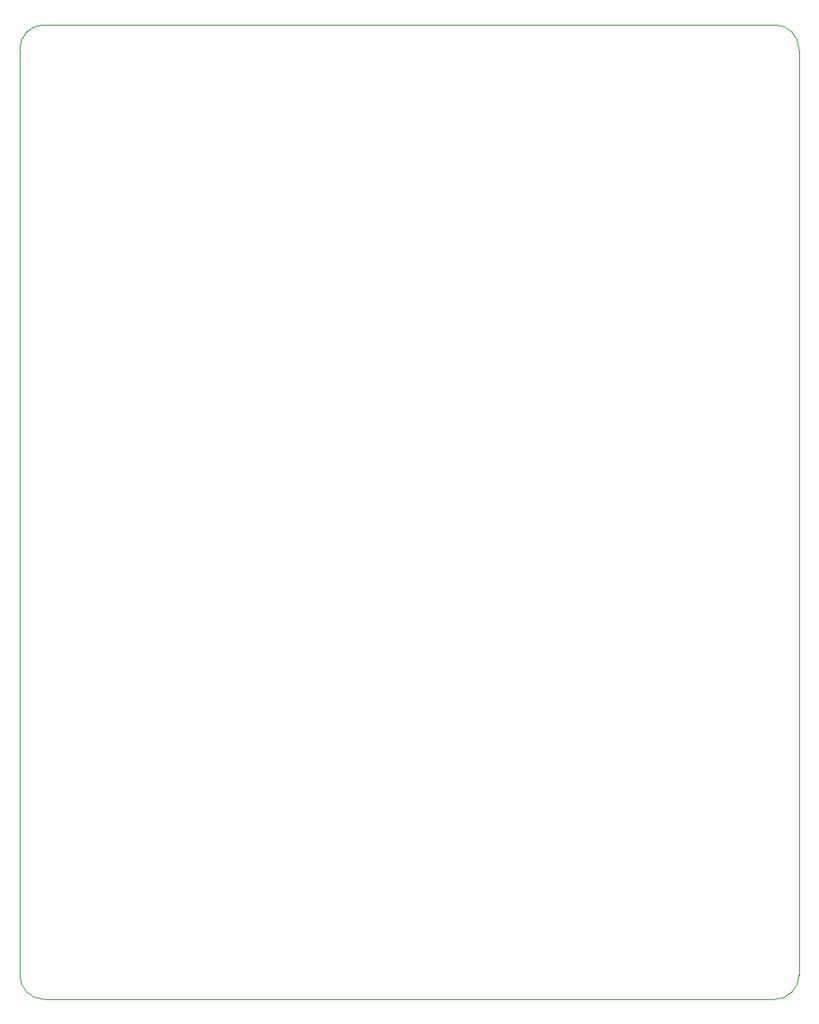
<source format=gbr>
%TF.GenerationSoftware,KiCad,Pcbnew,8.0.8*%
%TF.CreationDate,2025-03-23T00:17:45+01:00*%
%TF.ProjectId,am_receiver_v2,616d5f72-6563-4656-9976-65725f76322e,rev?*%
%TF.SameCoordinates,Original*%
%TF.FileFunction,Profile,NP*%
%FSLAX46Y46*%
G04 Gerber Fmt 4.6, Leading zero omitted, Abs format (unit mm)*
G04 Created by KiCad (PCBNEW 8.0.8) date 2025-03-23 00:17:45*
%MOMM*%
%LPD*%
G01*
G04 APERTURE LIST*
%TA.AperFunction,Profile*%
%ADD10C,0.050000*%
%TD*%
G04 APERTURE END LIST*
D10*
X2500000Y-100000000D02*
G75*
G02*
X0Y-97500000I0J2500000D01*
G01*
X80000000Y-97500000D02*
G75*
G02*
X77500000Y-100000000I-2500000J0D01*
G01*
X77500000Y0D02*
G75*
G02*
X80000000Y-2500000I0J-2500000D01*
G01*
X0Y-2500000D02*
X0Y-97500000D01*
X77500000Y0D02*
X2500000Y0D01*
X2500000Y-100000000D02*
X77500000Y-100000000D01*
X80000000Y-97500000D02*
X80000000Y-2500000D01*
X0Y-2500000D02*
G75*
G02*
X2500000Y0I2500000J0D01*
G01*
M02*

</source>
